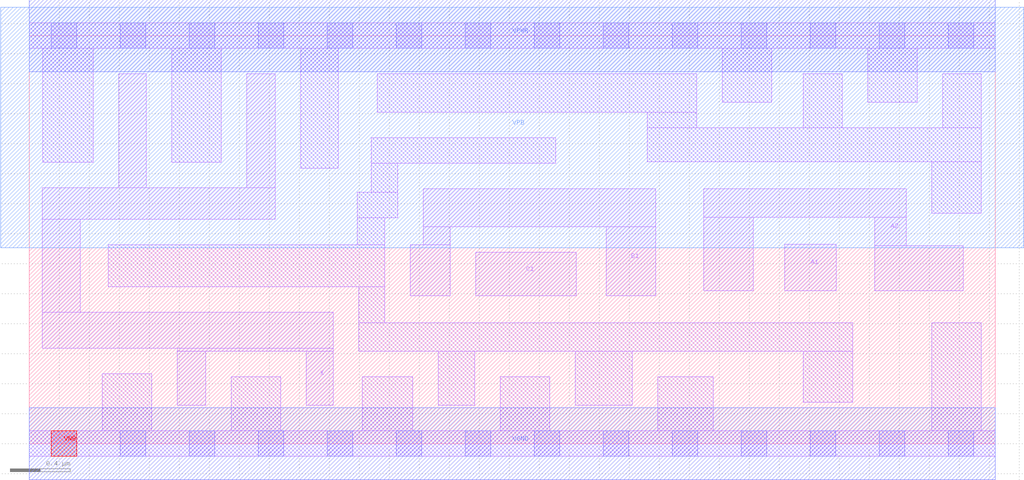
<source format=lef>
# Copyright 2020 The SkyWater PDK Authors
#
# Licensed under the Apache License, Version 2.0 (the "License");
# you may not use this file except in compliance with the License.
# You may obtain a copy of the License at
#
#     https://www.apache.org/licenses/LICENSE-2.0
#
# Unless required by applicable law or agreed to in writing, software
# distributed under the License is distributed on an "AS IS" BASIS,
# WITHOUT WARRANTIES OR CONDITIONS OF ANY KIND, either express or implied.
# See the License for the specific language governing permissions and
# limitations under the License.
#
# SPDX-License-Identifier: Apache-2.0

VERSION 5.7 ;
  NOWIREEXTENSIONATPIN ON ;
  DIVIDERCHAR "/" ;
  BUSBITCHARS "[]" ;
MACRO sky130_fd_sc_hd__a211o_4
  CLASS CORE ;
  FOREIGN sky130_fd_sc_hd__a211o_4 ;
  ORIGIN  0.000000  0.000000 ;
  SIZE  6.440000 BY  2.720000 ;
  SYMMETRY X Y R90 ;
  SITE unithd ;
  PIN A1
    ANTENNAGATEAREA  0.495000 ;
    DIRECTION INPUT ;
    USE SIGNAL ;
    PORT
      LAYER li1 ;
        RECT 5.035000 1.020000 5.380000 1.330000 ;
    END
  END A1
  PIN A2
    ANTENNAGATEAREA  0.495000 ;
    DIRECTION INPUT ;
    USE SIGNAL ;
    PORT
      LAYER li1 ;
        RECT 4.495000 1.020000 4.825000 1.510000 ;
        RECT 4.495000 1.510000 5.845000 1.700000 ;
        RECT 5.635000 1.020000 6.225000 1.320000 ;
        RECT 5.635000 1.320000 5.845000 1.510000 ;
    END
  END A2
  PIN B1
    ANTENNAGATEAREA  0.495000 ;
    DIRECTION INPUT ;
    USE SIGNAL ;
    PORT
      LAYER li1 ;
        RECT 2.540000 0.985000 2.805000 1.325000 ;
        RECT 2.625000 1.325000 2.805000 1.445000 ;
        RECT 2.625000 1.445000 4.175000 1.700000 ;
        RECT 3.845000 0.985000 4.175000 1.445000 ;
    END
  END B1
  PIN C1
    ANTENNAGATEAREA  0.495000 ;
    DIRECTION INPUT ;
    USE SIGNAL ;
    PORT
      LAYER li1 ;
        RECT 2.975000 0.985000 3.645000 1.275000 ;
    END
  END C1
  PIN X
    ANTENNADIFFAREA  0.933750 ;
    DIRECTION OUTPUT ;
    USE SIGNAL ;
    PORT
      LAYER li1 ;
        RECT 0.085000 0.635000 2.025000 0.875000 ;
        RECT 0.085000 0.875000 0.340000 1.495000 ;
        RECT 0.085000 1.495000 1.640000 1.705000 ;
        RECT 0.595000 1.705000 0.780000 2.465000 ;
        RECT 0.985000 0.255000 1.175000 0.615000 ;
        RECT 0.985000 0.615000 2.025000 0.635000 ;
        RECT 1.450000 1.705000 1.640000 2.465000 ;
        RECT 1.845000 0.255000 2.025000 0.615000 ;
    END
  END X
  PIN VGND
    DIRECTION INOUT ;
    SHAPE ABUTMENT ;
    USE GROUND ;
    PORT
      LAYER met1 ;
        RECT 0.000000 -0.240000 6.440000 0.240000 ;
    END
  END VGND
  PIN VNB
    DIRECTION INOUT ;
    USE GROUND ;
    PORT
      LAYER pwell ;
        RECT 0.145000 -0.085000 0.315000 0.085000 ;
    END
  END VNB
  PIN VPB
    DIRECTION INOUT ;
    USE POWER ;
    PORT
      LAYER nwell ;
        RECT -0.190000 1.305000 6.630000 2.910000 ;
    END
  END VPB
  PIN VPWR
    DIRECTION INOUT ;
    SHAPE ABUTMENT ;
    USE POWER ;
    PORT
      LAYER met1 ;
        RECT 0.000000 2.480000 6.440000 2.960000 ;
    END
  END VPWR
  OBS
    LAYER li1 ;
      RECT 0.000000 -0.085000 6.440000 0.085000 ;
      RECT 0.000000  2.635000 6.440000 2.805000 ;
      RECT 0.090000  1.875000 0.425000 2.635000 ;
      RECT 0.485000  0.085000 0.815000 0.465000 ;
      RECT 0.525000  1.045000 2.370000 1.325000 ;
      RECT 0.950000  1.875000 1.280000 2.635000 ;
      RECT 1.345000  0.085000 1.675000 0.445000 ;
      RECT 1.810000  1.835000 2.060000 2.635000 ;
      RECT 2.185000  1.325000 2.370000 1.505000 ;
      RECT 2.185000  1.505000 2.455000 1.675000 ;
      RECT 2.195000  0.615000 5.490000 0.805000 ;
      RECT 2.195000  0.805000 2.370000 1.045000 ;
      RECT 2.220000  0.085000 2.555000 0.445000 ;
      RECT 2.280000  1.675000 2.455000 1.870000 ;
      RECT 2.280000  1.870000 3.510000 2.040000 ;
      RECT 2.320000  2.210000 4.450000 2.465000 ;
      RECT 2.725000  0.255000 2.970000 0.615000 ;
      RECT 3.140000  0.085000 3.470000 0.445000 ;
      RECT 3.640000  0.255000 4.020000 0.615000 ;
      RECT 4.120000  1.880000 6.345000 2.105000 ;
      RECT 4.120000  2.105000 4.450000 2.210000 ;
      RECT 4.190000  0.085000 4.560000 0.445000 ;
      RECT 4.620000  2.275000 4.950000 2.635000 ;
      RECT 5.160000  0.275000 5.490000 0.615000 ;
      RECT 5.160000  2.105000 5.420000 2.465000 ;
      RECT 5.590000  2.275000 5.920000 2.635000 ;
      RECT 6.015000  0.085000 6.345000 0.805000 ;
      RECT 6.015000  1.535000 6.345000 1.880000 ;
      RECT 6.090000  2.105000 6.345000 2.465000 ;
    LAYER mcon ;
      RECT 0.145000 -0.085000 0.315000 0.085000 ;
      RECT 0.145000  2.635000 0.315000 2.805000 ;
      RECT 0.605000 -0.085000 0.775000 0.085000 ;
      RECT 0.605000  2.635000 0.775000 2.805000 ;
      RECT 1.065000 -0.085000 1.235000 0.085000 ;
      RECT 1.065000  2.635000 1.235000 2.805000 ;
      RECT 1.525000 -0.085000 1.695000 0.085000 ;
      RECT 1.525000  2.635000 1.695000 2.805000 ;
      RECT 1.985000 -0.085000 2.155000 0.085000 ;
      RECT 1.985000  2.635000 2.155000 2.805000 ;
      RECT 2.445000 -0.085000 2.615000 0.085000 ;
      RECT 2.445000  2.635000 2.615000 2.805000 ;
      RECT 2.905000 -0.085000 3.075000 0.085000 ;
      RECT 2.905000  2.635000 3.075000 2.805000 ;
      RECT 3.365000 -0.085000 3.535000 0.085000 ;
      RECT 3.365000  2.635000 3.535000 2.805000 ;
      RECT 3.825000 -0.085000 3.995000 0.085000 ;
      RECT 3.825000  2.635000 3.995000 2.805000 ;
      RECT 4.285000 -0.085000 4.455000 0.085000 ;
      RECT 4.285000  2.635000 4.455000 2.805000 ;
      RECT 4.745000 -0.085000 4.915000 0.085000 ;
      RECT 4.745000  2.635000 4.915000 2.805000 ;
      RECT 5.205000 -0.085000 5.375000 0.085000 ;
      RECT 5.205000  2.635000 5.375000 2.805000 ;
      RECT 5.665000 -0.085000 5.835000 0.085000 ;
      RECT 5.665000  2.635000 5.835000 2.805000 ;
      RECT 6.125000 -0.085000 6.295000 0.085000 ;
      RECT 6.125000  2.635000 6.295000 2.805000 ;
  END
END sky130_fd_sc_hd__a211o_4
END LIBRARY

</source>
